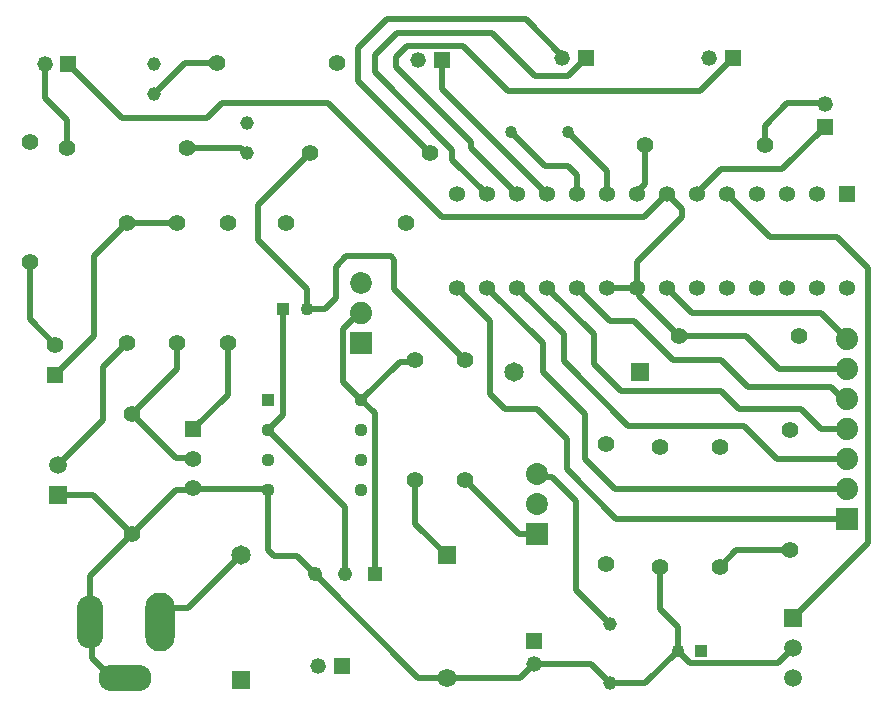
<source format=gtl>
G04*
G04 #@! TF.GenerationSoftware,Altium Limited,Altium Designer,23.4.1 (23)*
G04*
G04 Layer_Physical_Order=1*
G04 Layer_Color=255*
%FSLAX25Y25*%
%MOIN*%
G70*
G04*
G04 #@! TF.SameCoordinates,2A0E947D-B6A8-43C5-BC2B-383818F6DAB7*
G04*
G04*
G04 #@! TF.FilePolarity,Positive*
G04*
G01*
G75*
%ADD52C,0.02000*%
%ADD53O,0.09843X0.19685*%
%ADD54O,0.08858X0.17717*%
%ADD55O,0.17717X0.08858*%
%ADD56C,0.05512*%
%ADD57C,0.05200*%
%ADD58R,0.05200X0.05200*%
%ADD59R,0.07323X0.07323*%
%ADD60C,0.07323*%
%ADD61R,0.05347X0.05347*%
%ADD62C,0.05347*%
%ADD63R,0.05200X0.05200*%
%ADD64C,0.04528*%
%ADD65C,0.07400*%
%ADD66R,0.07400X0.07400*%
%ADD67R,0.07284X0.07284*%
%ADD68C,0.07402*%
%ADD69C,0.07284*%
%ADD70C,0.05976*%
%ADD71R,0.05976X0.05976*%
%ADD72R,0.04449X0.04449*%
%ADD73C,0.04449*%
%ADD74C,0.04055*%
%ADD75R,0.04331X0.04331*%
%ADD76C,0.04331*%
%ADD77R,0.05512X0.05512*%
%ADD78C,0.04795*%
%ADD79R,0.04795X0.04795*%
%ADD80C,0.06496*%
%ADD81R,0.06496X0.06496*%
%ADD82R,0.06496X0.06496*%
%ADD83C,0.05937*%
%ADD84R,0.05937X0.05937*%
%ADD85R,0.06260X0.06260*%
%ADD86C,0.06260*%
D52*
X20437Y212500D02*
X38437Y194500D01*
X66500D01*
X20000Y184500D02*
Y194000D01*
X12563Y201437D02*
Y212500D01*
Y201437D02*
X20000Y194000D01*
X29000Y148500D02*
X40000Y159500D01*
X29000Y122000D02*
Y148500D01*
X16000Y109000D02*
X29000Y122000D01*
X7500Y127500D02*
Y146500D01*
Y127500D02*
X16000Y119000D01*
X32000Y111500D02*
X40000Y119500D01*
X17000Y79000D02*
X32000Y94000D01*
Y111500D01*
X17000Y69000D02*
X28500D01*
X41500Y56000D01*
X154500Y184681D02*
X170000Y169181D01*
X129500Y215000D02*
X131828Y217328D01*
X132000D01*
X129500Y211500D02*
X154500Y186500D01*
X129500Y211500D02*
Y215000D01*
X154500Y184681D02*
Y186500D01*
X122500Y210000D02*
X148430Y184070D01*
Y180751D02*
Y184070D01*
Y180751D02*
X160000Y169181D01*
X122500Y210000D02*
Y215500D01*
X49000Y202658D02*
X59342Y213000D01*
X70000D01*
X176000Y208500D02*
X186874D01*
X192874Y214500D01*
X161500Y223000D02*
X176000Y208500D01*
X130000Y223000D02*
X161500D01*
X122500Y215500D02*
X130000Y223000D01*
X126500Y227500D02*
X172828D01*
X185000Y214500D02*
Y215328D01*
X172828Y227500D02*
X185000Y215328D01*
X117000Y218000D02*
X126500Y227500D01*
X117000Y207000D02*
Y218000D01*
X132000Y217328D02*
X133272Y218600D01*
X151900D01*
X117000Y207000D02*
X141000Y183000D01*
X230937Y203500D02*
X241937Y214500D01*
X167000Y203500D02*
X230937D01*
X151900Y218600D02*
X167000Y203500D01*
X144937Y204244D02*
X180000Y169181D01*
X144937Y204244D02*
Y214000D01*
X200000Y169181D02*
Y177106D01*
X187106Y190000D02*
X200000Y177106D01*
X167894Y190000D02*
X179394Y178500D01*
X187000D01*
X190000Y169181D02*
Y175500D01*
X187000Y178500D02*
X190000Y175500D01*
X210000Y138000D02*
Y146500D01*
X225000Y161500D01*
X220000Y169181D02*
X225000Y164181D01*
Y161500D02*
Y164181D01*
X212319Y161500D02*
X220000Y169181D01*
X145000Y161500D02*
X212319D01*
X107000Y199500D02*
X145000Y161500D01*
X240000Y169181D02*
X254181Y155000D01*
X276500D01*
X71500Y199500D02*
X107000D01*
X66500Y194500D02*
X71500Y199500D01*
X60000Y184500D02*
X77895D01*
X79316Y183079D01*
X80000D01*
X212500Y172587D02*
Y185500D01*
X210000Y170087D02*
X212500Y172587D01*
X210000Y169181D02*
Y170087D01*
X230000Y169500D02*
X238000Y177500D01*
X230000Y169181D02*
Y169500D01*
X238000Y177500D02*
X258437D01*
X272500Y191563D01*
X272437Y199500D02*
X272500Y199437D01*
X260000Y199500D02*
X272437D01*
X252500Y185500D02*
Y192000D01*
X260000Y199500D01*
X99874Y131000D02*
Y137626D01*
X83500Y154000D02*
X99874Y137626D01*
X83500Y165500D02*
X101000Y183000D01*
X83500Y154000D02*
Y165500D01*
X99874Y131000D02*
X106000D01*
X109500Y134500D01*
Y145000D02*
X113000Y148500D01*
X109500Y134500D02*
Y145000D01*
X113000Y148500D02*
X127828D01*
X287000Y53000D02*
Y144500D01*
X276500Y155000D02*
X287000Y144500D01*
X262000Y28000D02*
X287000Y53000D01*
X228304Y129697D02*
X271304D01*
X280000Y121000D01*
X220000Y138000D02*
X228304Y129697D01*
X176500Y97500D02*
X186500Y87500D01*
X166000Y97500D02*
X176500D01*
X161000Y102500D02*
Y127000D01*
Y102500D02*
X166000Y97500D01*
X186500Y77500D02*
Y87500D01*
X178500Y110000D02*
X192500Y96000D01*
X178500Y110000D02*
Y119500D01*
X192500Y81000D02*
Y96000D01*
X189500Y37343D02*
X201000Y25842D01*
X181518Y74981D02*
X182497Y74003D01*
X189500Y67000D01*
Y37343D02*
Y67000D01*
X176500Y76000D02*
X177518Y74981D01*
X181518D01*
X186500Y77500D02*
X203000Y61000D01*
X280000D01*
X200000Y138000D02*
X210000D01*
X152500Y74000D02*
X170500Y56000D01*
X176500D01*
X129000Y137500D02*
Y147328D01*
X127828Y148500D02*
X129000Y147328D01*
Y137500D02*
X152500Y114000D01*
X118130Y100500D02*
X130958Y113328D01*
X135328D01*
X136000Y114000D01*
X118130Y100500D02*
X122500Y96130D01*
Y42500D02*
Y96130D01*
X150000Y138000D02*
X161000Y127000D01*
X202500Y71000D02*
X280000D01*
X192500Y81000D02*
X202500Y71000D01*
X170000Y138000D02*
X185500Y122500D01*
Y113500D02*
Y122500D01*
Y113500D02*
X207000Y92000D01*
X195500Y112500D02*
X204500Y103500D01*
X195500Y112500D02*
Y122500D01*
X207000Y92000D02*
X245500D01*
X180000Y138000D02*
X195500Y122500D01*
X160000Y138000D02*
X178500Y119500D01*
X204500Y103500D02*
X238000D01*
X245500Y92000D02*
X256500Y81000D01*
X280000D01*
X238000Y103500D02*
X244000Y97500D01*
X271269Y91000D02*
X280000D01*
X264769Y97500D02*
X271269Y91000D01*
X244000Y97500D02*
X264769D01*
X222000Y114000D02*
X238000D01*
X247000Y105000D02*
X274539D01*
X238000Y114000D02*
X247000Y105000D01*
X278539Y101000D02*
X280000D01*
X274539Y105000D02*
X278539Y101000D01*
X190000Y138000D02*
X201000Y127000D01*
X209000D01*
X222000Y114000D01*
X210640Y135360D02*
X224000Y122000D01*
X210640Y135360D02*
Y137360D01*
X210000Y138000D02*
X210640Y137360D01*
X224000Y122000D02*
X246245D01*
X257244Y111000D01*
X280000D01*
X237500Y45000D02*
X243000Y50500D01*
X261000D01*
X223563Y17000D02*
X227728Y12835D01*
X256835D01*
X262000Y18000D01*
X223563Y17000D02*
Y24937D01*
X217500Y31000D02*
X223563Y24937D01*
X217500Y31000D02*
Y45000D01*
X201000Y6157D02*
X212720D01*
X223563Y17000D01*
X102500Y42500D02*
X136894Y8106D01*
X146500D01*
X171043D01*
X175500Y12563D01*
X194595D01*
X201000Y6157D01*
X136000Y59394D02*
X146500Y48894D01*
X136000Y59394D02*
Y74000D01*
X111858Y106772D02*
X118130Y100500D01*
X111858Y106772D02*
Y124177D01*
X117181Y129500D01*
X118000D01*
X118819D01*
X92000Y95630D02*
Y131000D01*
X86870Y90500D02*
X92000Y95630D01*
X40000Y159500D02*
X56500D01*
X122500Y42500D02*
X122854Y42854D01*
X112500Y42500D02*
Y64870D01*
X86870Y90500D02*
X112500Y64870D01*
X89000Y48500D02*
X96500D01*
X102500Y42500D01*
X86870Y50630D02*
X89000Y48500D01*
X86870Y50630D02*
Y70500D01*
X86541Y70829D02*
X86870Y70500D01*
X62329Y70829D02*
X86541D01*
X62000Y71157D02*
X62329Y70829D01*
X27500Y26500D02*
X28236Y25764D01*
Y14642D02*
Y25764D01*
Y14642D02*
X34882Y7996D01*
X39311D01*
X27500Y42000D02*
X41500Y56000D01*
X27500Y26500D02*
Y42000D01*
X60260Y31126D02*
X78000Y48866D01*
X54745Y31126D02*
X60260D01*
X51122Y27503D02*
X54745Y31126D01*
X51122Y26500D02*
Y27503D01*
X61744Y81256D02*
X62000Y81000D01*
X56244Y81256D02*
X61744D01*
X41500Y96000D02*
X56244Y81256D01*
X73500Y102342D02*
Y119500D01*
X62000Y90842D02*
X73500Y102342D01*
X56500Y111000D02*
Y119500D01*
X41500Y96000D02*
X56500Y111000D01*
X41500Y56000D02*
X56244Y70744D01*
X61587D01*
X62000Y71157D01*
D53*
X51122Y26500D02*
D03*
D54*
X27500D02*
D03*
D55*
X39311Y7996D02*
D03*
D56*
X110000Y213000D02*
D03*
X70000D02*
D03*
X136000Y74000D02*
D03*
Y114000D02*
D03*
X237500Y45000D02*
D03*
Y85000D02*
D03*
X252500Y185500D02*
D03*
X212500D02*
D03*
X133000Y159500D02*
D03*
X93000D02*
D03*
X101000Y183000D02*
D03*
X141000D02*
D03*
X261000Y50500D02*
D03*
Y90500D02*
D03*
X20000Y184500D02*
D03*
X60000D02*
D03*
X224000Y122000D02*
D03*
X264000D02*
D03*
X217500Y45000D02*
D03*
Y85000D02*
D03*
X152500Y114000D02*
D03*
Y74000D02*
D03*
X41500Y96000D02*
D03*
Y56000D02*
D03*
X62000Y71157D02*
D03*
Y81000D02*
D03*
X16000Y119000D02*
D03*
X73500Y159500D02*
D03*
Y119500D02*
D03*
X199500Y46000D02*
D03*
Y86000D02*
D03*
X7500Y146500D02*
D03*
Y186500D02*
D03*
X56500Y159500D02*
D03*
Y119500D02*
D03*
X40000D02*
D03*
Y159500D02*
D03*
D57*
X234063Y214500D02*
D03*
X12563Y212500D02*
D03*
X175500Y12563D02*
D03*
X272500Y199437D02*
D03*
X185000Y214500D02*
D03*
X137063Y214000D02*
D03*
X103626Y12000D02*
D03*
D58*
X241937Y214500D02*
D03*
X20437Y212500D02*
D03*
X192874Y214500D02*
D03*
X144937Y214000D02*
D03*
X111500Y12000D02*
D03*
D59*
X176500Y56000D02*
D03*
D60*
Y66000D02*
D03*
Y76000D02*
D03*
D61*
X280000Y169181D02*
D03*
D62*
X270000D02*
D03*
X220000D02*
D03*
X210000D02*
D03*
X260000D02*
D03*
X250000D02*
D03*
X230000D02*
D03*
X240000D02*
D03*
X200000D02*
D03*
X190000D02*
D03*
X180000D02*
D03*
X170000D02*
D03*
X160000D02*
D03*
X150000D02*
D03*
Y138000D02*
D03*
X160000D02*
D03*
X170000D02*
D03*
X180000D02*
D03*
X190000D02*
D03*
X200000D02*
D03*
X210000D02*
D03*
X220000D02*
D03*
X230000D02*
D03*
X240000D02*
D03*
X250000D02*
D03*
X260000D02*
D03*
X270000D02*
D03*
X280000D02*
D03*
D63*
X175500Y20437D02*
D03*
X272500Y191563D02*
D03*
D64*
X201000Y25842D02*
D03*
Y6157D02*
D03*
X80000Y183079D02*
D03*
Y192921D02*
D03*
X49000Y212500D02*
D03*
Y202658D02*
D03*
D65*
X280000Y121000D02*
D03*
Y111000D02*
D03*
Y101000D02*
D03*
Y91000D02*
D03*
Y81000D02*
D03*
Y71000D02*
D03*
D66*
Y61000D02*
D03*
D67*
X118000Y119500D02*
D03*
D68*
Y129500D02*
D03*
D69*
Y139500D02*
D03*
D70*
X262000Y8000D02*
D03*
Y18000D02*
D03*
D71*
Y28000D02*
D03*
D72*
X86870Y100500D02*
D03*
D73*
Y90500D02*
D03*
Y80500D02*
D03*
Y70500D02*
D03*
X118130D02*
D03*
Y80500D02*
D03*
Y90500D02*
D03*
Y100500D02*
D03*
D74*
X187106Y190000D02*
D03*
X167894D02*
D03*
D75*
X231437Y17000D02*
D03*
X92000Y131000D02*
D03*
D76*
X223563Y17000D02*
D03*
X99874Y131000D02*
D03*
D77*
X62000Y90842D02*
D03*
X16000Y109000D02*
D03*
D78*
X102500Y42500D02*
D03*
X112500D02*
D03*
D79*
X122500D02*
D03*
D80*
X169134Y110000D02*
D03*
X78000Y48866D02*
D03*
D81*
X210866Y110000D02*
D03*
D82*
X78000Y7134D02*
D03*
D83*
X17000Y79000D02*
D03*
D84*
Y69000D02*
D03*
D85*
X146500Y48894D02*
D03*
D86*
Y8106D02*
D03*
M02*

</source>
